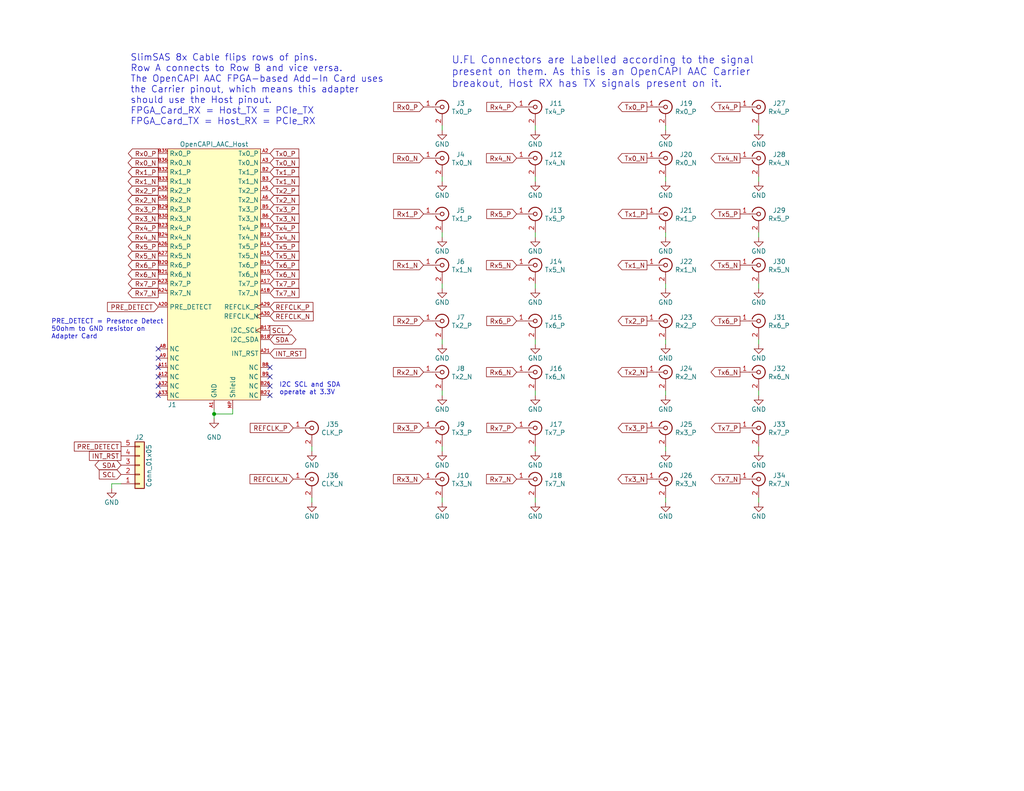
<source format=kicad_sch>
(kicad_sch (version 20230121) (generator eeschema)
  (paper "USLetter")
  (title_block (title "OpenCAPI SlimSAS 8x Breakout to U.FL") (rev "A") (company "mwrnd") (comment 1 "github.com/mwrnd/OpenCAPI_Breakout") (comment 2 "SlimSAS 8x Breakout"))
  (lib_symbols
    (symbol "Connector:Conn_Coaxial" (pin_names (offset 1.016) hide)
      (property "Reference" "J" (at 0.254 3.048 0))
      (property "Value" "Conn_Coaxial" (at 2.921 0 90))
      (symbol "Conn_Coaxial_0_1"
        (arc (start -1.778 -0.508) (mid 0.2311 -1.8066) (end 1.778 0) (stroke (width 0.254)))
        (polyline (pts (xy -2.54 0) (xy -0.508 0)))
        (polyline (pts (xy 0 -2.54) (xy 0 -1.778)))
        (circle (center 0 0) (radius 0.508) (stroke (width 0.2032)))
        (arc (start 1.778 0) (mid 0.2099 1.8101) (end -1.778 0.508) (stroke (width 0.254)))
      )
      (symbol "Conn_Coaxial_1_1"
        (pin passive line (at -5.08 0 0) (length 2.54) (name "In") (number "1"))
        (pin passive line (at 0 -5.08 90) (length 2.54) (name "Ext") (number "2"))
      )
    )
    (symbol "Connector_Generic:Conn_01x05" (pin_names (offset 1.016) hide)
      (property "Reference" "J" (at 0 7.62 0))
      (property "Value" "Conn_01x05" (at 0 -7.62 0))
      (symbol "Conn_01x05_1_1"
        (rectangle (start -1.27 -4.953) (end 0 -5.207) (stroke (width 0.1524)))
        (rectangle (start -1.27 -2.413) (end 0 -2.667) (stroke (width 0.1524)))
        (rectangle (start -1.27 0.127) (end 0 -0.127) (stroke (width 0.1524)))
        (rectangle (start -1.27 2.667) (end 0 2.413) (stroke (width 0.1524)))
        (rectangle (start -1.27 5.207) (end 0 4.953) (stroke (width 0.1524)))
        (rectangle (start -1.27 6.35) (end 1.27 -6.35) (stroke (width 0.254)) (fill (type background)))
        (pin passive line (at -5.08 5.08 0) (length 3.81) (name "Pin_1") (number "1"))
        (pin passive line (at -5.08 2.54 0) (length 3.81) (name "Pin_2") (number "2"))
        (pin passive line (at -5.08 0 0) (length 3.81) (name "Pin_3") (number "3"))
        (pin passive line (at -5.08 -2.54 0) (length 3.81) (name "Pin_4") (number "4"))
        (pin passive line (at -5.08 -5.08 0) (length 3.81) (name "Pin_5") (number "5"))
      )
    )
    (symbol "OpenCAPI_AAC:OpenCAPI_AAC_Host"
      (property "Reference" "J" (at 10.16 -35.56 0))
      (property "Value" "OpenCAPI_AAC_Host" (at 0 35.56 0))
      (symbol "OpenCAPI_AAC_Host_0_1"
        (rectangle (start -12.7 34.29) (end 12.7 -34.29) (fill (type background)))
      )
      (symbol "OpenCAPI_AAC_Host_1_1"
        (pin power_in line (at 0 -36.83 90) (length 2.54) (name "GND") (number "A1"))
        (pin passive line (at 0 -36.83 90) (length 2.54) hide (name "GND") (number "A10"))
        (pin unspecified line (at -15.24 -25.4 0) (length 2.54) (name "NC") (number "A11"))
        (pin unspecified line (at -15.24 -27.94 0) (length 2.54) (name "NC") (number "A12"))
        (pin passive line (at 0 -36.83 90) (length 2.54) hide (name "GND") (number "A13"))
        (pin output line (at 15.24 7.62 180) (length 2.54) (name "Tx5_P") (number "A14"))
        (pin output line (at 15.24 5.08 180) (length 2.54) (name "Tx5_N") (number "A15"))
        (pin passive line (at 0 -36.83 90) (length 2.54) hide (name "GND") (number "A16"))
        (pin output line (at 15.24 -2.54 180) (length 2.54) (name "Tx7_P") (number "A17"))
        (pin output line (at 15.24 -5.08 180) (length 2.54) (name "Tx7_N") (number "A18"))
        (pin passive line (at 0 -36.83 90) (length 2.54) hide (name "GND") (number "A19"))
        (pin output line (at 15.24 33.02 180) (length 2.54) (name "Tx0_P") (number "A2"))
        (pin input line (at -15.24 -8.89 0) (length 2.54) (name "PRE_DETECT") (number "A20"))
        (pin output line (at 15.24 -21.59 180) (length 2.54) (name "INT_RST") (number "A21"))
        (pin passive line (at 0 -36.83 90) (length 2.54) hide (name "GND") (number "A22"))
        (pin input line (at -15.24 -2.54 0) (length 2.54) (name "Rx7_P") (number "A23"))
        (pin input line (at -15.24 -5.08 0) (length 2.54) (name "Rx7_N") (number "A24"))
        (pin passive line (at 0 -36.83 90) (length 2.54) hide (name "GND") (number "A25"))
        (pin input line (at -15.24 7.62 0) (length 2.54) (name "Rx5_P") (number "A26"))
        (pin input line (at -15.24 5.08 0) (length 2.54) (name "Rx5_N") (number "A27"))
        (pin passive line (at 0 -36.83 90) (length 2.54) hide (name "GND") (number "A28"))
        (pin output clock (at 15.24 -8.89 180) (length 2.54) (name "REFCLK_P") (number "A29"))
        (pin output line (at 15.24 30.48 180) (length 2.54) (name "Tx0_N") (number "A3"))
        (pin output clock (at 15.24 -11.43 180) (length 2.54) (name "REFCLK_N") (number "A30"))
        (pin passive line (at 0 -36.83 90) (length 2.54) hide (name "GND") (number "A31"))
        (pin unspecified line (at -15.24 -30.48 0) (length 2.54) (name "NC") (number "A32"))
        (pin unspecified line (at -15.24 -33.02 0) (length 2.54) (name "NC") (number "A33"))
        (pin passive line (at 0 -36.83 90) (length 2.54) hide (name "GND") (number "A34"))
        (pin input line (at -15.24 22.86 0) (length 2.54) (name "Rx2_P") (number "A35"))
        (pin input line (at -15.24 20.32 0) (length 2.54) (name "Rx2_N") (number "A36"))
        (pin passive line (at 0 -36.83 90) (length 2.54) hide (name "GND") (number "A37"))
        (pin passive line (at 0 -36.83 90) (length 2.54) hide (name "GND") (number "A4"))
        (pin output line (at 15.24 22.86 180) (length 2.54) (name "Tx2_P") (number "A5"))
        (pin output line (at 15.24 20.32 180) (length 2.54) (name "Tx2_N") (number "A6"))
        (pin passive line (at 0 -36.83 90) (length 2.54) hide (name "GND") (number "A7"))
        (pin unspecified line (at -15.24 -20.32 0) (length 2.54) (name "NC") (number "A8"))
        (pin unspecified line (at -15.24 -22.86 0) (length 2.54) (name "NC") (number "A9"))
        (pin passive line (at 0 -36.83 90) (length 2.54) hide (name "GND") (number "B1"))
        (pin passive line (at 0 -36.83 90) (length 2.54) hide (name "GND") (number "B10"))
        (pin output line (at 15.24 12.7 180) (length 2.54) (name "Tx4_P") (number "B11"))
        (pin output line (at 15.24 10.16 180) (length 2.54) (name "Tx4_N") (number "B12"))
        (pin passive line (at 0 -36.83 90) (length 2.54) hide (name "GND") (number "B13"))
        (pin output line (at 15.24 2.54 180) (length 2.54) (name "Tx6_P") (number "B14"))
        (pin output line (at 15.24 0 180) (length 2.54) (name "Tx6_N") (number "B15"))
        (pin passive line (at 0 -36.83 90) (length 2.54) hide (name "GND") (number "B16"))
        (pin output clock (at 15.24 -15.24 180) (length 2.54) (name "I2C_SCL") (number "B17"))
        (pin bidirectional line (at 15.24 -17.78 180) (length 2.54) (name "I2C_SDA") (number "B18"))
        (pin passive line (at 0 -36.83 90) (length 2.54) hide (name "GND") (number "B19"))
        (pin output line (at 15.24 27.94 180) (length 2.54) (name "Tx1_P") (number "B2"))
        (pin input line (at -15.24 2.54 0) (length 2.54) (name "Rx6_P") (number "B20"))
        (pin input line (at -15.24 0 0) (length 2.54) (name "Rx6_N") (number "B21"))
        (pin passive line (at 0 -36.83 90) (length 2.54) hide (name "GND") (number "B22"))
        (pin input line (at -15.24 12.7 0) (length 2.54) (name "Rx4_P") (number "B23"))
        (pin input line (at -15.24 10.16 0) (length 2.54) (name "Rx4_N") (number "B24"))
        (pin passive line (at 0 -36.83 90) (length 2.54) hide (name "GND") (number "B25"))
        (pin unspecified line (at 15.24 -30.48 180) (length 2.54) (name "NC") (number "B26"))
        (pin unspecified line (at 15.24 -33.02 180) (length 2.54) (name "NC") (number "B27"))
        (pin passive line (at 0 -36.83 90) (length 2.54) hide (name "GND") (number "B28"))
        (pin input line (at -15.24 17.78 0) (length 2.54) (name "Rx3_P") (number "B29"))
        (pin output line (at 15.24 25.4 180) (length 2.54) (name "Tx1_N") (number "B3"))
        (pin input line (at -15.24 15.24 0) (length 2.54) (name "Rx3_N") (number "B30"))
        (pin passive line (at 0 -36.83 90) (length 2.54) hide (name "GND") (number "B31"))
        (pin input line (at -15.24 27.94 0) (length 2.54) (name "Rx1_P") (number "B32"))
        (pin input line (at -15.24 25.4 0) (length 2.54) (name "Rx1_N") (number "B33"))
        (pin passive line (at 0 -36.83 90) (length 2.54) hide (name "GND") (number "B34"))
        (pin input line (at -15.24 33.02 0) (length 2.54) (name "Rx0_P") (number "B35"))
        (pin input line (at -15.24 30.48 0) (length 2.54) (name "Rx0_N") (number "B36"))
        (pin passive line (at 0 -36.83 90) (length 2.54) hide (name "GND") (number "B37"))
        (pin passive line (at 0 -36.83 90) (length 2.54) hide (name "GND") (number "B4"))
        (pin output line (at 15.24 17.78 180) (length 2.54) (name "Tx3_P") (number "B5"))
        (pin output line (at 15.24 15.24 180) (length 2.54) (name "Tx3_N") (number "B6"))
        (pin passive line (at 0 -36.83 90) (length 2.54) hide (name "GND") (number "B7"))
        (pin unspecified line (at 15.24 -25.4 180) (length 2.54) (name "NC") (number "B8"))
        (pin unspecified line (at 15.24 -27.94 180) (length 2.54) (name "NC") (number "B9"))
        (pin passive line (at 5.08 -36.83 90) (length 2.54) (name "Shield") (number "MP"))
      )
    )
    (symbol "power:GND" (power) (pin_names (offset 0))
      (property "Value" "GND" (at 0 -3.81 0))
      (symbol "GND_0_1"
        (polyline (pts (xy 0 0) (xy 0 -1.27) (xy 1.27 -1.27) (xy 0 -2.54) (xy -1.27 -1.27) (xy 0 -1.27)))
      )
      (symbol "GND_1_1"
        (pin power_in line (at 0 0 270) (length 0) hide (name "GND") (number "1"))
      )
    )
  )
  (junction (at 58.42 113.03))
  (no_connect (at 43.18 100.33))
  (no_connect (at 73.66 100.33))
  (no_connect (at 43.18 95.25))
  (no_connect (at 43.18 102.87))
  (no_connect (at 43.18 107.95))
  (no_connect (at 73.66 107.95))
  (no_connect (at 43.18 97.79))
  (no_connect (at 43.18 105.41))
  (no_connect (at 73.66 105.41))
  (no_connect (at 73.66 102.87))
  (wire (pts (xy 120.65 92.71) (xy 120.65 93.98)))
  (wire (pts (xy 120.65 106.68) (xy 120.65 107.95)))
  (wire (pts (xy 146.05 121.92) (xy 146.05 123.19)))
  (wire (pts (xy 85.09 135.89) (xy 85.09 137.16)))
  (wire (pts (xy 207.01 121.92) (xy 207.01 123.19)))
  (wire (pts (xy 207.01 63.5) (xy 207.01 64.77)))
  (wire (pts (xy 207.01 48.26) (xy 207.01 49.53)))
  (wire (pts (xy 146.05 92.71) (xy 146.05 93.98)))
  (wire (pts (xy 146.05 77.47) (xy 146.05 78.74)))
  (wire (pts (xy 120.65 34.29) (xy 120.65 35.56)))
  (wire (pts (xy 120.65 121.92) (xy 120.65 123.19)))
  (wire (pts (xy 181.61 121.92) (xy 181.61 123.19)))
  (wire (pts (xy 146.05 63.5) (xy 146.05 64.77)))
  (wire (pts (xy 146.05 34.29) (xy 146.05 35.56)))
  (wire (pts (xy 181.61 48.26) (xy 181.61 49.53)))
  (wire (pts (xy 181.61 34.29) (xy 181.61 35.56)))
  (wire (pts (xy 207.01 106.68) (xy 207.01 107.95)))
  (wire (pts (xy 207.01 77.47) (xy 207.01 78.74)))
  (wire (pts (xy 33.02 132.08) (xy 30.48 132.08)))
  (wire (pts (xy 30.48 132.08) (xy 30.48 133.35)))
  (wire (pts (xy 207.01 135.89) (xy 207.01 137.16)))
  (wire (pts (xy 146.05 106.68) (xy 146.05 107.95)))
  (wire (pts (xy 146.05 135.89) (xy 146.05 137.16)))
  (wire (pts (xy 207.01 34.29) (xy 207.01 35.56)))
  (wire (pts (xy 181.61 63.5) (xy 181.61 64.77)))
  (wire (pts (xy 181.61 77.47) (xy 181.61 78.74)))
  (wire (pts (xy 181.61 106.68) (xy 181.61 107.95)))
  (wire (pts (xy 120.65 135.89) (xy 120.65 137.16)))
  (wire (pts (xy 181.61 135.89) (xy 181.61 137.16)))
  (wire (pts (xy 207.01 92.71) (xy 207.01 93.98)))
  (wire (pts (xy 146.05 48.26) (xy 146.05 49.53)))
  (wire (pts (xy 120.65 63.5) (xy 120.65 64.77)))
  (wire (pts (xy 181.61 92.71) (xy 181.61 93.98)))
  (wire (pts (xy 58.42 113.03) (xy 63.5 113.03)))
  (wire (pts (xy 58.42 111.76) (xy 58.42 113.03)))
  (wire (pts (xy 58.42 113.03) (xy 58.42 114.3)))
  (wire (pts (xy 63.5 111.76) (xy 63.5 113.03)))
  (wire (pts (xy 85.09 121.92) (xy 85.09 123.19)))
  (wire (pts (xy 120.65 48.26) (xy 120.65 49.53)))
  (wire (pts (xy 120.65 77.47) (xy 120.65 78.74)))
  (text "I2C SCL and SDA\noperate at 3.3V" (at 76.2 107.95 0) (effects (font (size 1.27 1.27)) (justify left bottom)))
  (text "SlimSAS 8x Cable flips rows of pins.\nRow A connects to Row B and vice versa.\nThe OpenCAPI AAC FPGA-based Add-In Card uses\nthe Carrier pinout, which means this adapter\nshould use the Host pinout.\nFPGA_Card_RX = Host_TX = PCIe_TX\nFPGA_Card_TX = Host_RX = PCIe_RX" (at 35.56 34.29 0) (effects (font (size 1.8 1.8)) (justify left bottom)))
  (text "U.FL Connectors are Labelled according to the signal\npresent on them. As this is an OpenCAPI AAC Carrier\nbreakout, Host RX has TX signals present on it." (at 123.19 24.13 0) (effects (font (size 2 2)) (justify left bottom)))
  (text "PRE_DETECT = Presence Detect\n50ohm to GND resistor on\nAdapter Card\n" (at 13.97 92.71 0) (effects (font (size 1.27 1.27)) (justify left bottom)))
  (global_label "Rx7_N" (shape input) (at 140.97 130.81 180) (property "Intersheetrefs" "${INTERSHEET_REFS}" (effects hide)))
  (global_label "Rx3_P" (shape output) (at 43.18 57.15 180) (property "Intersheetrefs" "${INTERSHEET_REFS}" (effects hide)))
  (global_label "Rx2_P" (shape input) (at 115.57 87.63 180) (property "Intersheetrefs" "${INTERSHEET_REFS}" (effects hide)))
  (global_label "Rx1_P" (shape output) (at 43.18 46.99 180) (property "Intersheetrefs" "${INTERSHEET_REFS}" (effects hide)))
  (global_label "Rx0_N" (shape output) (at 43.18 44.45 180) (property "Intersheetrefs" "${INTERSHEET_REFS}" (effects hide)))
  (global_label "Rx1_P" (shape input) (at 115.57 58.42 180) (property "Intersheetrefs" "${INTERSHEET_REFS}" (effects hide)))
  (global_label "SCL" (shape output) (at 73.66 90.17 0) (property "Intersheetrefs" "${INTERSHEET_REFS}" (effects hide)))
  (global_label "REFCLK_P" (shape input) (at 80.01 116.84 180) (property "Intersheetrefs" "${INTERSHEET_REFS}" (effects hide)))
  (global_label "Rx6_P" (shape output) (at 43.18 72.39 180) (property "Intersheetrefs" "${INTERSHEET_REFS}" (effects hide)))
  (global_label "Tx7_P" (shape output) (at 201.93 116.84 180) (property "Intersheetrefs" "${INTERSHEET_REFS}" (effects hide)))
  (global_label "Tx1_P" (shape output) (at 176.53 58.42 180) (property "Intersheetrefs" "${INTERSHEET_REFS}" (effects hide)))
  (global_label "Rx0_N" (shape input) (at 115.57 43.18 180) (property "Intersheetrefs" "${INTERSHEET_REFS}" (effects hide)))
  (global_label "Rx3_N" (shape output) (at 43.18 59.69 180) (property "Intersheetrefs" "${INTERSHEET_REFS}" (effects hide)))
  (global_label "Rx2_N" (shape input) (at 115.57 101.6 180) (property "Intersheetrefs" "${INTERSHEET_REFS}" (effects hide)))
  (global_label "Tx7_N" (shape input) (at 73.66 80.01 0) (property "Intersheetrefs" "${INTERSHEET_REFS}" (effects hide)))
  (global_label "Tx3_N" (shape input) (at 73.66 59.69 0) (property "Intersheetrefs" "${INTERSHEET_REFS}" (effects hide)))
  (global_label "Tx5_P" (shape output) (at 201.93 58.42 180) (property "Intersheetrefs" "${INTERSHEET_REFS}" (effects hide)))
  (global_label "Tx4_P" (shape output) (at 201.93 29.21 180) (property "Intersheetrefs" "${INTERSHEET_REFS}" (effects hide)))
  (global_label "Rx1_N" (shape input) (at 115.57 72.39 180) (property "Intersheetrefs" "${INTERSHEET_REFS}" (effects hide)))
  (global_label "Rx2_N" (shape output) (at 43.18 54.61 180) (property "Intersheetrefs" "${INTERSHEET_REFS}" (effects hide)))
  (global_label "Tx6_N" (shape output) (at 201.93 101.6 180) (property "Intersheetrefs" "${INTERSHEET_REFS}" (effects hide)))
  (global_label "Tx3_P" (shape output) (at 176.53 116.84 180) (property "Intersheetrefs" "${INTERSHEET_REFS}" (effects hide)))
  (global_label "Rx7_P" (shape output) (at 43.18 77.47 180) (property "Intersheetrefs" "${INTERSHEET_REFS}" (effects hide)))
  (global_label "Rx5_P" (shape input) (at 140.97 58.42 180) (property "Intersheetrefs" "${INTERSHEET_REFS}" (effects hide)))
  (global_label "Tx0_P" (shape input) (at 73.66 41.91 0) (property "Intersheetrefs" "${INTERSHEET_REFS}" (effects hide)))
  (global_label "Rx5_N" (shape output) (at 43.18 69.85 180) (property "Intersheetrefs" "${INTERSHEET_REFS}" (effects hide)))
  (global_label "SDA" (shape bidirectional) (at 33.02 127 180) (property "Intersheetrefs" "${INTERSHEET_REFS}" (effects hide)))
  (global_label "Tx1_N" (shape input) (at 73.66 49.53 0) (property "Intersheetrefs" "${INTERSHEET_REFS}" (effects hide)))
  (global_label "REFCLK_P" (shape input) (at 73.66 83.82 0) (property "Intersheetrefs" "${INTERSHEET_REFS}" (effects hide)))
  (global_label "Rx6_N" (shape input) (at 140.97 101.6 180) (property "Intersheetrefs" "${INTERSHEET_REFS}" (effects hide)))
  (global_label "Tx5_N" (shape input) (at 73.66 69.85 0) (property "Intersheetrefs" "${INTERSHEET_REFS}" (effects hide)))
  (global_label "Tx4_N" (shape output) (at 201.93 43.18 180) (property "Intersheetrefs" "${INTERSHEET_REFS}" (effects hide)))
  (global_label "Tx4_N" (shape input) (at 73.66 64.77 0) (property "Intersheetrefs" "${INTERSHEET_REFS}" (effects hide)))
  (global_label "Rx6_N" (shape output) (at 43.18 74.93 180) (property "Intersheetrefs" "${INTERSHEET_REFS}" (effects hide)))
  (global_label "Rx2_P" (shape output) (at 43.18 52.07 180) (property "Intersheetrefs" "${INTERSHEET_REFS}" (effects hide)))
  (global_label "Rx5_N" (shape input) (at 140.97 72.39 180) (property "Intersheetrefs" "${INTERSHEET_REFS}" (effects hide)))
  (global_label "Rx0_P" (shape input) (at 115.57 29.21 180) (property "Intersheetrefs" "${INTERSHEET_REFS}" (effects hide)))
  (global_label "INT_RST" (shape input) (at 73.66 96.52 0) (property "Intersheetrefs" "${INTERSHEET_REFS}" (effects hide)))
  (global_label "Tx2_P" (shape output) (at 176.53 87.63 180) (property "Intersheetrefs" "${INTERSHEET_REFS}" (effects hide)))
  (global_label "Rx4_N" (shape output) (at 43.18 64.77 180) (property "Intersheetrefs" "${INTERSHEET_REFS}" (effects hide)))
  (global_label "Tx1_P" (shape input) (at 73.66 46.99 0) (property "Intersheetrefs" "${INTERSHEET_REFS}" (effects hide)))
  (global_label "REFCLK_N" (shape input) (at 80.01 130.81 180) (property "Intersheetrefs" "${INTERSHEET_REFS}" (effects hide)))
  (global_label "Tx6_P" (shape output) (at 201.93 87.63 180) (property "Intersheetrefs" "${INTERSHEET_REFS}" (effects hide)))
  (global_label "Rx7_N" (shape output) (at 43.18 80.01 180) (property "Intersheetrefs" "${INTERSHEET_REFS}" (effects hide)))
  (global_label "Tx2_N" (shape output) (at 176.53 101.6 180) (property "Intersheetrefs" "${INTERSHEET_REFS}" (effects hide)))
  (global_label "Tx0_P" (shape output) (at 176.53 29.21 180) (property "Intersheetrefs" "${INTERSHEET_REFS}" (effects hide)))
  (global_label "INT_RST" (shape passive) (at 33.02 124.46 180) (property "Intersheetrefs" "${INTERSHEET_REFS}" (effects hide)))
  (global_label "Tx3_P" (shape input) (at 73.66 57.15 0) (property "Intersheetrefs" "${INTERSHEET_REFS}" (effects hide)))
  (global_label "Tx1_N" (shape output) (at 176.53 72.39 180) (property "Intersheetrefs" "${INTERSHEET_REFS}" (effects hide)))
  (global_label "Rx7_P" (shape input) (at 140.97 116.84 180) (property "Intersheetrefs" "${INTERSHEET_REFS}" (effects hide)))
  (global_label "SDA" (shape bidirectional) (at 73.66 92.71 0) (property "Intersheetrefs" "${INTERSHEET_REFS}" (effects hide)))
  (global_label "Rx3_P" (shape input) (at 115.57 116.84 180) (property "Intersheetrefs" "${INTERSHEET_REFS}" (effects hide)))
  (global_label "Rx4_P" (shape output) (at 43.18 62.23 180) (property "Intersheetrefs" "${INTERSHEET_REFS}" (effects hide)))
  (global_label "Tx4_P" (shape input) (at 73.66 62.23 0) (property "Intersheetrefs" "${INTERSHEET_REFS}" (effects hide)))
  (global_label "PRE_DETECT" (shape passive) (at 33.02 121.92 180) (property "Intersheetrefs" "${INTERSHEET_REFS}" (effects hide)))
  (global_label "Tx7_P" (shape input) (at 73.66 77.47 0) (property "Intersheetrefs" "${INTERSHEET_REFS}" (effects hide)))
  (global_label "SCL" (shape input) (at 33.02 129.54 180) (property "Intersheetrefs" "${INTERSHEET_REFS}" (effects hide)))
  (global_label "PRE_DETECT" (shape input) (at 43.18 83.82 180) (property "Intersheetrefs" "${INTERSHEET_REFS}" (effects hide)))
  (global_label "Tx2_P" (shape input) (at 73.66 52.07 0) (property "Intersheetrefs" "${INTERSHEET_REFS}" (effects hide)))
  (global_label "Rx1_N" (shape output) (at 43.18 49.53 180) (property "Intersheetrefs" "${INTERSHEET_REFS}" (effects hide)))
  (global_label "Tx7_N" (shape output) (at 201.93 130.81 180) (property "Intersheetrefs" "${INTERSHEET_REFS}" (effects hide)))
  (global_label "Rx3_N" (shape input) (at 115.57 130.81 180) (property "Intersheetrefs" "${INTERSHEET_REFS}" (effects hide)))
  (global_label "Tx0_N" (shape input) (at 73.66 44.45 0) (property "Intersheetrefs" "${INTERSHEET_REFS}" (effects hide)))
  (global_label "Rx5_P" (shape output) (at 43.18 67.31 180) (property "Intersheetrefs" "${INTERSHEET_REFS}" (effects hide)))
  (global_label "Tx6_N" (shape input) (at 73.66 74.93 0) (property "Intersheetrefs" "${INTERSHEET_REFS}" (effects hide)))
  (global_label "Tx5_P" (shape input) (at 73.66 67.31 0) (property "Intersheetrefs" "${INTERSHEET_REFS}" (effects hide)))
  (global_label "Rx0_P" (shape output) (at 43.18 41.91 180) (property "Intersheetrefs" "${INTERSHEET_REFS}" (effects hide)))
  (global_label "Tx2_N" (shape input) (at 73.66 54.61 0) (property "Intersheetrefs" "${INTERSHEET_REFS}" (effects hide)))
  (global_label "Rx4_N" (shape input) (at 140.97 43.18 180) (property "Intersheetrefs" "${INTERSHEET_REFS}" (effects hide)))
  (global_label "REFCLK_N" (shape input) (at 73.66 86.36 0) (property "Intersheetrefs" "${INTERSHEET_REFS}" (effects hide)))
  (global_label "Rx6_P" (shape input) (at 140.97 87.63 180) (property "Intersheetrefs" "${INTERSHEET_REFS}" (effects hide)))
  (global_label "Tx6_P" (shape input) (at 73.66 72.39 0) (property "Intersheetrefs" "${INTERSHEET_REFS}" (effects hide)))
  (global_label "Tx0_N" (shape output) (at 176.53 43.18 180) (property "Intersheetrefs" "${INTERSHEET_REFS}" (effects hide)))
  (global_label "Tx3_N" (shape output) (at 176.53 130.81 180) (property "Intersheetrefs" "${INTERSHEET_REFS}" (effects hide)))
  (global_label "Rx4_P" (shape input) (at 140.97 29.21 180) (property "Intersheetrefs" "${INTERSHEET_REFS}" (effects hide)))
  (global_label "Tx5_N" (shape output) (at 201.93 72.39 180) (property "Intersheetrefs" "${INTERSHEET_REFS}" (effects hide)))
  (symbol (lib_id "Connector:Conn_Coaxial") (at 181.61 87.63 0) (unit 1)
    (property "Reference" "J23" (at 185.42 86.6531 0) (effects (justify left)))
    (property "Value" "Rx2_P" (at 184.15 88.9 0) (effects (justify left)))
    (property "Footprint" "U.FL_w_Label:U.FL_Hirose_w_Label" (effects hide))
    (property "Datasheet" " ~" (effects hide))
  )
  (symbol (lib_id "Connector:Conn_Coaxial") (at 120.65 29.21 0) (unit 1)
    (property "Reference" "J3" (at 124.46 28.2331 0) (effects (justify left)))
    (property "Value" "Tx0_P" (at 123.19 30.48 0) (effects (justify left)))
    (property "Footprint" "U.FL_w_Label:U.FL_Hirose_w_Label" (effects hide))
    (property "Datasheet" " ~" (effects hide))
  )
  (symbol (lib_id "Connector:Conn_Coaxial") (at 207.01 130.81 0) (unit 1)
    (property "Reference" "J34" (at 210.82 129.8331 0) (effects (justify left)))
    (property "Value" "Rx7_N" (at 209.55 132.08 0) (effects (justify left)))
    (property "Footprint" "U.FL_w_Label:U.FL_Hirose_w_Label" (effects hide))
    (property "Datasheet" " ~" (effects hide))
  )
  (symbol (lib_id "power:GND") (at 181.61 107.95 0) (unit 1)
    (property "Reference" "#PWR023" (effects hide))
    (property "Value" "GND" (at 181.61 111.76 0))
  )
  (symbol (lib_id "Connector:Conn_Coaxial") (at 146.05 43.18 0) (unit 1)
    (property "Reference" "J12" (at 149.86 42.2031 0) (effects (justify left)))
    (property "Value" "Tx4_N" (at 148.59 44.45 0) (effects (justify left)))
    (property "Footprint" "U.FL_w_Label:U.FL_Hirose_w_Label" (effects hide))
    (property "Datasheet" " ~" (effects hide))
  )
  (symbol (lib_id "power:GND") (at 181.61 35.56 0) (unit 1)
    (property "Reference" "#PWR018" (effects hide))
    (property "Value" "GND" (at 181.61 39.37 0))
  )
  (symbol (lib_id "power:GND") (at 146.05 137.16 0) (unit 1)
    (property "Reference" "#PWR017" (effects hide))
    (property "Value" "GND" (at 146.05 140.97 0))
  )
  (symbol (lib_id "power:GND") (at 207.01 64.77 0) (unit 1)
    (property "Reference" "#PWR028" (effects hide))
    (property "Value" "GND" (at 207.01 68.58 0))
  )
  (symbol (lib_id "power:GND") (at 181.61 137.16 0) (unit 1)
    (property "Reference" "#PWR025" (effects hide))
    (property "Value" "GND" (at 181.61 140.97 0))
  )
  (symbol (lib_id "Connector:Conn_Coaxial") (at 146.05 116.84 0) (unit 1)
    (property "Reference" "J17" (at 149.86 115.8631 0) (effects (justify left)))
    (property "Value" "Tx7_P" (at 148.59 118.11 0) (effects (justify left)))
    (property "Footprint" "U.FL_w_Label:U.FL_Hirose_w_Label" (effects hide))
    (property "Datasheet" " ~" (effects hide))
  )
  (symbol (lib_id "power:GND") (at 120.65 78.74 0) (unit 1)
    (property "Reference" "#PWR03" (effects hide))
    (property "Value" "GND" (at 120.65 82.55 0))
  )
  (symbol (lib_id "power:GND") (at 181.61 123.19 0) (unit 1)
    (property "Reference" "#PWR024" (effects hide))
    (property "Value" "GND" (at 181.61 127 0))
  )
  (symbol (lib_id "power:GND") (at 120.65 64.77 0) (unit 1)
    (property "Reference" "#PWR02" (effects hide))
    (property "Value" "GND" (at 120.65 68.58 0))
  )
  (symbol (lib_id "Connector:Conn_Coaxial") (at 120.65 130.81 0) (unit 1)
    (property "Reference" "J10" (at 124.46 129.8331 0) (effects (justify left)))
    (property "Value" "Tx3_N" (at 123.19 132.08 0) (effects (justify left)))
    (property "Footprint" "U.FL_w_Label:U.FL_Hirose_w_Label" (effects hide))
    (property "Datasheet" " ~" (effects hide))
  )
  (symbol (lib_id "Connector:Conn_Coaxial") (at 146.05 101.6 0) (unit 1)
    (property "Reference" "J16" (at 149.86 100.6231 0) (effects (justify left)))
    (property "Value" "Tx6_N" (at 148.59 102.87 0) (effects (justify left)))
    (property "Footprint" "U.FL_w_Label:U.FL_Hirose_w_Label" (effects hide))
    (property "Datasheet" " ~" (effects hide))
  )
  (symbol (lib_id "Connector:Conn_Coaxial") (at 120.65 43.18 0) (unit 1)
    (property "Reference" "J4" (at 124.46 42.2031 0) (effects (justify left)))
    (property "Value" "Tx0_N" (at 123.19 44.45 0) (effects (justify left)))
    (property "Footprint" "U.FL_w_Label:U.FL_Hirose_w_Label" (effects hide))
    (property "Datasheet" " ~" (effects hide))
  )
  (symbol (lib_id "power:GND") (at 146.05 49.53 0) (unit 1)
    (property "Reference" "#PWR011" (effects hide))
    (property "Value" "GND" (at 146.05 53.34 0))
  )
  (symbol (lib_id "Connector:Conn_Coaxial") (at 207.01 87.63 0) (unit 1)
    (property "Reference" "J31" (at 210.82 86.6531 0) (effects (justify left)))
    (property "Value" "Rx6_P" (at 209.55 88.9 0) (effects (justify left)))
    (property "Footprint" "U.FL_w_Label:U.FL_Hirose_w_Label" (effects hide))
    (property "Datasheet" " ~" (effects hide))
  )
  (symbol (lib_id "Connector:Conn_Coaxial") (at 146.05 87.63 0) (unit 1)
    (property "Reference" "J15" (at 149.86 86.6531 0) (effects (justify left)))
    (property "Value" "Tx6_P" (at 148.59 88.9 0) (effects (justify left)))
    (property "Footprint" "U.FL_w_Label:U.FL_Hirose_w_Label" (effects hide))
    (property "Datasheet" " ~" (effects hide))
  )
  (symbol (lib_id "Connector:Conn_Coaxial") (at 207.01 43.18 0) (unit 1)
    (property "Reference" "J28" (at 210.82 42.2031 0) (effects (justify left)))
    (property "Value" "Rx4_N" (at 209.55 44.45 0) (effects (justify left)))
    (property "Footprint" "U.FL_w_Label:U.FL_Hirose_w_Label" (effects hide))
    (property "Datasheet" " ~" (effects hide))
  )
  (symbol (lib_id "power:GND") (at 85.09 137.16 0) (unit 1)
    (property "Reference" "#PWR035" (effects hide))
    (property "Value" "GND" (at 85.09 140.97 0))
  )
  (symbol (lib_id "Connector:Conn_Coaxial") (at 120.65 58.42 0) (unit 1)
    (property "Reference" "J5" (at 124.46 57.4431 0) (effects (justify left)))
    (property "Value" "Tx1_P" (at 123.19 59.69 0) (effects (justify left)))
    (property "Footprint" "U.FL_w_Label:U.FL_Hirose_w_Label" (effects hide))
    (property "Datasheet" " ~" (effects hide))
  )
  (symbol (lib_id "Connector:Conn_Coaxial") (at 181.61 29.21 0) (unit 1)
    (property "Reference" "J19" (at 185.42 28.2331 0) (effects (justify left)))
    (property "Value" "Rx0_P" (at 184.15 30.48 0) (effects (justify left)))
    (property "Footprint" "U.FL_w_Label:U.FL_Hirose_w_Label" (effects hide))
    (property "Datasheet" " ~" (effects hide))
  )
  (symbol (lib_id "Connector:Conn_Coaxial") (at 181.61 116.84 0) (unit 1)
    (property "Reference" "J25" (at 185.42 115.8631 0) (effects (justify left)))
    (property "Value" "Rx3_P" (at 184.15 118.11 0) (effects (justify left)))
    (property "Footprint" "U.FL_w_Label:U.FL_Hirose_w_Label" (effects hide))
    (property "Datasheet" " ~" (effects hide))
  )
  (symbol (lib_id "power:GND") (at 146.05 107.95 0) (unit 1)
    (property "Reference" "#PWR015" (effects hide))
    (property "Value" "GND" (at 146.05 111.76 0))
  )
  (symbol (lib_id "power:GND") (at 181.61 64.77 0) (unit 1)
    (property "Reference" "#PWR020" (effects hide))
    (property "Value" "GND" (at 181.61 68.58 0))
  )
  (symbol (lib_id "Connector:Conn_Coaxial") (at 181.61 58.42 0) (unit 1)
    (property "Reference" "J21" (at 185.42 57.4431 0) (effects (justify left)))
    (property "Value" "Rx1_P" (at 184.15 59.69 0) (effects (justify left)))
    (property "Footprint" "U.FL_w_Label:U.FL_Hirose_w_Label" (effects hide))
    (property "Datasheet" " ~" (effects hide))
  )
  (symbol (lib_id "power:GND") (at 120.65 123.19 0) (unit 1)
    (property "Reference" "#PWR08" (effects hide))
    (property "Value" "GND" (at 120.65 127 0))
  )
  (symbol (lib_id "power:GND") (at 120.65 137.16 0) (unit 1)
    (property "Reference" "#PWR09" (effects hide))
    (property "Value" "GND" (at 120.65 140.97 0))
  )
  (symbol (lib_id "Connector:Conn_Coaxial") (at 181.61 72.39 0) (unit 1)
    (property "Reference" "J22" (at 185.42 71.4131 0) (effects (justify left)))
    (property "Value" "Rx1_N" (at 184.15 73.66 0) (effects (justify left)))
    (property "Footprint" "U.FL_w_Label:U.FL_Hirose_w_Label" (effects hide))
    (property "Datasheet" " ~" (effects hide))
  )
  (symbol (lib_id "Connector:Conn_Coaxial") (at 207.01 72.39 0) (unit 1)
    (property "Reference" "J30" (at 210.82 71.4131 0) (effects (justify left)))
    (property "Value" "Rx5_N" (at 209.55 73.66 0) (effects (justify left)))
    (property "Footprint" "U.FL_w_Label:U.FL_Hirose_w_Label" (effects hide))
    (property "Datasheet" " ~" (effects hide))
  )
  (symbol (lib_id "power:GND") (at 207.01 93.98 0) (unit 1)
    (property "Reference" "#PWR030" (effects hide))
    (property "Value" "GND" (at 207.01 97.79 0))
  )
  (symbol (lib_id "power:GND") (at 207.01 78.74 0) (unit 1)
    (property "Reference" "#PWR029" (effects hide))
    (property "Value" "GND" (at 207.01 82.55 0))
  )
  (symbol (lib_id "power:GND") (at 181.61 78.74 0) (unit 1)
    (property "Reference" "#PWR021" (effects hide))
    (property "Value" "GND" (at 181.61 82.55 0))
  )
  (symbol (lib_id "power:GND") (at 120.65 49.53 0) (unit 1)
    (property "Reference" "#PWR01" (effects hide))
    (property "Value" "GND" (at 120.65 53.34 0))
  )
  (symbol (lib_id "power:GND") (at 146.05 78.74 0) (unit 1)
    (property "Reference" "#PWR013" (effects hide))
    (property "Value" "GND" (at 146.05 82.55 0))
  )
  (symbol (lib_id "Connector:Conn_Coaxial") (at 120.65 87.63 0) (unit 1)
    (property "Reference" "J7" (at 124.46 86.6531 0) (effects (justify left)))
    (property "Value" "Tx2_P" (at 123.19 88.9 0) (effects (justify left)))
    (property "Footprint" "U.FL_w_Label:U.FL_Hirose_w_Label" (effects hide))
    (property "Datasheet" " ~" (effects hide))
  )
  (symbol (lib_id "power:GND") (at 181.61 49.53 0) (unit 1)
    (property "Reference" "#PWR019" (effects hide))
    (property "Value" "GND" (at 181.61 53.34 0))
  )
  (symbol (lib_id "power:GND") (at 120.65 35.56 0) (unit 1)
    (property "Reference" "#PWR0105" (effects hide))
    (property "Value" "GND" (at 120.65 39.37 0))
  )
  (symbol (lib_id "Connector:Conn_Coaxial") (at 207.01 116.84 0) (unit 1)
    (property "Reference" "J33" (at 210.82 115.8631 0) (effects (justify left)))
    (property "Value" "Rx7_P" (at 209.55 118.11 0) (effects (justify left)))
    (property "Footprint" "U.FL_w_Label:U.FL_Hirose_w_Label" (effects hide))
    (property "Datasheet" " ~" (effects hide))
  )
  (symbol (lib_id "Connector:Conn_Coaxial") (at 120.65 72.39 0) (unit 1)
    (property "Reference" "J6" (at 124.46 71.4131 0) (effects (justify left)))
    (property "Value" "Tx1_N" (at 123.19 73.66 0) (effects (justify left)))
    (property "Footprint" "U.FL_w_Label:U.FL_Hirose_w_Label" (effects hide))
    (property "Datasheet" " ~" (effects hide))
  )
  (symbol (lib_id "Connector:Conn_Coaxial") (at 146.05 130.81 0) (unit 1)
    (property "Reference" "J18" (at 149.86 129.8331 0) (effects (justify left)))
    (property "Value" "Tx7_N" (at 148.59 132.08 0) (effects (justify left)))
    (property "Footprint" "U.FL_w_Label:U.FL_Hirose_w_Label" (effects hide))
    (property "Datasheet" " ~" (effects hide))
  )
  (symbol (lib_id "power:GND") (at 181.61 93.98 0) (unit 1)
    (property "Reference" "#PWR022" (effects hide))
    (property "Value" "GND" (at 181.61 97.79 0))
  )
  (symbol (lib_id "Connector:Conn_Coaxial") (at 120.65 116.84 0) (unit 1)
    (property "Reference" "J9" (at 124.46 115.8631 0) (effects (justify left)))
    (property "Value" "Tx3_P" (at 123.19 118.11 0) (effects (justify left)))
    (property "Footprint" "U.FL_w_Label:U.FL_Hirose_w_Label" (effects hide))
    (property "Datasheet" " ~" (effects hide))
  )
  (symbol (lib_id "Connector:Conn_Coaxial") (at 120.65 101.6 0) (unit 1)
    (property "Reference" "J8" (at 124.46 100.6231 0) (effects (justify left)))
    (property "Value" "Tx2_N" (at 123.19 102.87 0) (effects (justify left)))
    (property "Footprint" "U.FL_w_Label:U.FL_Hirose_w_Label" (effects hide))
    (property "Datasheet" " ~" (effects hide))
  )
  (symbol (lib_id "power:GND") (at 146.05 64.77 0) (unit 1)
    (property "Reference" "#PWR012" (effects hide))
    (property "Value" "GND" (at 146.05 68.58 0))
  )
  (symbol (lib_id "Connector:Conn_Coaxial") (at 207.01 101.6 0) (unit 1)
    (property "Reference" "J32" (at 210.82 100.6231 0) (effects (justify left)))
    (property "Value" "Rx6_N" (at 209.55 102.87 0) (effects (justify left)))
    (property "Footprint" "U.FL_w_Label:U.FL_Hirose_w_Label" (effects hide))
    (property "Datasheet" " ~" (effects hide))
  )
  (symbol (lib_id "power:GND") (at 146.05 123.19 0) (unit 1)
    (property "Reference" "#PWR016" (effects hide))
    (property "Value" "GND" (at 146.05 127 0))
  )
  (symbol (lib_id "Connector:Conn_Coaxial") (at 181.61 130.81 0) (unit 1)
    (property "Reference" "J26" (at 185.42 129.8331 0) (effects (justify left)))
    (property "Value" "Rx3_N" (at 184.15 132.08 0) (effects (justify left)))
    (property "Footprint" "U.FL_w_Label:U.FL_Hirose_w_Label" (effects hide))
    (property "Datasheet" " ~" (effects hide))
  )
  (symbol (lib_id "Connector:Conn_Coaxial") (at 146.05 72.39 0) (unit 1)
    (property "Reference" "J14" (at 149.86 71.4131 0) (effects (justify left)))
    (property "Value" "Tx5_N" (at 148.59 73.66 0) (effects (justify left)))
    (property "Footprint" "U.FL_w_Label:U.FL_Hirose_w_Label" (effects hide))
    (property "Datasheet" " ~" (effects hide))
  )
  (symbol (lib_id "power:GND") (at 207.01 49.53 0) (unit 1)
    (property "Reference" "#PWR027" (effects hide))
    (property "Value" "GND" (at 207.01 53.34 0))
  )
  (symbol (lib_id "OpenCAPI_AAC:OpenCAPI_AAC_Host") (at 58.42 74.93 0) (unit 1)
    (property "Reference" "J1" (at 46.99 110.49 0))
    (property "Value" "OpenCAPI_AAC_Host" (at 58.42 39.37 0))
    (property "Footprint" "SlimSAS_8x:SlimSAS_8x_RA_U10-A474" (effects hide))
    (property "Datasheet" "adm-pcie-9v5 user manual_v1_4.pdf" (effects hide))
  )
  (symbol (lib_id "power:GND") (at 146.05 35.56 0) (unit 1)
    (property "Reference" "#PWR010" (effects hide))
    (property "Value" "GND" (at 146.05 39.37 0))
  )
  (symbol (lib_id "power:GND") (at 146.05 93.98 0) (unit 1)
    (property "Reference" "#PWR014" (effects hide))
    (property "Value" "GND" (at 146.05 97.79 0))
  )
  (symbol (lib_id "power:GND") (at 207.01 107.95 0) (unit 1)
    (property "Reference" "#PWR031" (effects hide))
    (property "Value" "GND" (at 207.01 111.76 0))
  )
  (symbol (lib_id "power:GND") (at 120.65 93.98 0) (unit 1)
    (property "Reference" "#PWR06" (effects hide))
    (property "Value" "GND" (at 120.65 97.79 0))
  )
  (symbol (lib_id "Connector:Conn_Coaxial") (at 181.61 43.18 0) (unit 1)
    (property "Reference" "J20" (at 185.42 42.2031 0) (effects (justify left)))
    (property "Value" "Rx0_N" (at 184.15 44.45 0) (effects (justify left)))
    (property "Footprint" "U.FL_w_Label:U.FL_Hirose_w_Label" (effects hide))
    (property "Datasheet" " ~" (effects hide))
  )
  (symbol (lib_id "Connector:Conn_Coaxial") (at 146.05 58.42 0) (unit 1)
    (property "Reference" "J13" (at 149.86 57.4431 0) (effects (justify left)))
    (property "Value" "Tx5_P" (at 148.59 59.69 0) (effects (justify left)))
    (property "Footprint" "U.FL_w_Label:U.FL_Hirose_w_Label" (effects hide))
    (property "Datasheet" " ~" (effects hide))
  )
  (symbol (lib_id "Connector:Conn_Coaxial") (at 207.01 29.21 0) (unit 1)
    (property "Reference" "J27" (at 210.82 28.2331 0) (effects (justify left)))
    (property "Value" "Rx4_P" (at 209.55 30.48 0) (effects (justify left)))
    (property "Footprint" "U.FL_w_Label:U.FL_Hirose_w_Label" (effects hide))
    (property "Datasheet" " ~" (effects hide))
  )
  (symbol (lib_id "power:GND") (at 207.01 137.16 0) (unit 1)
    (property "Reference" "#PWR033" (effects hide))
    (property "Value" "GND" (at 207.01 140.97 0))
  )
  (symbol (lib_id "power:GND") (at 85.09 123.19 0) (unit 1)
    (property "Reference" "#PWR034" (effects hide))
    (property "Value" "GND" (at 85.09 127 0))
  )
  (symbol (lib_id "power:GND") (at 120.65 107.95 0) (unit 1)
    (property "Reference" "#PWR07" (effects hide))
    (property "Value" "GND" (at 120.65 111.76 0))
  )
  (symbol (lib_id "Connector:Conn_Coaxial") (at 207.01 58.42 0) (unit 1)
    (property "Reference" "J29" (at 210.82 57.4431 0) (effects (justify left)))
    (property "Value" "Rx5_P" (at 209.55 59.69 0) (effects (justify left)))
    (property "Footprint" "U.FL_w_Label:U.FL_Hirose_w_Label" (effects hide))
    (property "Datasheet" " ~" (effects hide))
  )
  (symbol (lib_id "Connector:Conn_Coaxial") (at 181.61 101.6 0) (unit 1)
    (property "Reference" "J24" (at 185.42 100.6231 0) (effects (justify left)))
    (property "Value" "Rx2_N" (at 184.15 102.87 0) (effects (justify left)))
    (property "Footprint" "U.FL_w_Label:U.FL_Hirose_w_Label" (effects hide))
    (property "Datasheet" " ~" (effects hide))
  )
  (symbol (lib_id "power:GND") (at 207.01 35.56 0) (unit 1)
    (property "Reference" "#PWR026" (effects hide))
    (property "Value" "GND" (at 207.01 39.37 0))
  )
  (symbol (lib_id "Connector:Conn_Coaxial") (at 146.05 29.21 0) (unit 1)
    (property "Reference" "J11" (at 149.86 28.2331 0) (effects (justify left)))
    (property "Value" "Tx4_P" (at 148.59 30.48 0) (effects (justify left)))
    (property "Footprint" "U.FL_w_Label:U.FL_Hirose_w_Label" (effects hide))
    (property "Datasheet" " ~" (effects hide))
  )
  (symbol (lib_id "power:GND") (at 30.48 133.35 0) (unit 1)
    (property "Reference" "#PWR05" (effects hide))
    (property "Value" "GND" (at 30.48 137.16 0))
  )
  (symbol (lib_id "Connector:Conn_Coaxial") (at 85.09 130.81 0) (unit 1)
    (property "Reference" "J36" (at 88.9 129.8331 0) (effects (justify left)))
    (property "Value" "CLK_N" (at 87.63 132.08 0) (effects (justify left)))
    (property "Footprint" "U.FL_w_Label:U.FL_Hirose_w_Label" (effects hide))
    (property "Datasheet" " ~" (effects hide))
  )
  (symbol (lib_id "Connector_Generic:Conn_01x05") (at 38.1 127 0) (mirror x) (unit 1)
    (property "Reference" "J2" (at 36.83 119.38 0) (effects (justify left)))
    (property "Value" "Conn_01x05" (at 40.64 121.285 90) (effects (justify left)))
    (property "Footprint" "Connector_PinSocket_2.54mm:PinSocket_1x05_P2.54mm_Vertical" (effects hide))
  )
  (symbol (lib_id "Connector:Conn_Coaxial") (at 85.09 116.84 0) (unit 1)
    (property "Reference" "J35" (at 88.9 115.8631 0) (effects (justify left)))
    (property "Value" "CLK_P" (at 87.63 118.11 0) (effects (justify left)))
    (property "Footprint" "U.FL_w_Label:U.FL_Hirose_w_Label" (effects hide))
    (property "Datasheet" " ~" (effects hide))
  )
  (symbol (lib_id "power:GND") (at 58.42 114.3 0) (unit 1)
    (property "Reference" "#PWR0102" (effects hide))
    (property "Value" "GND" (at 58.42 119.38 0))
  )
  (symbol (lib_id "power:GND") (at 207.01 123.19 0) (unit 1)
    (property "Reference" "#PWR032" (effects hide))
    (property "Value" "GND" (at 207.01 127 0))
  )
)
</source>
